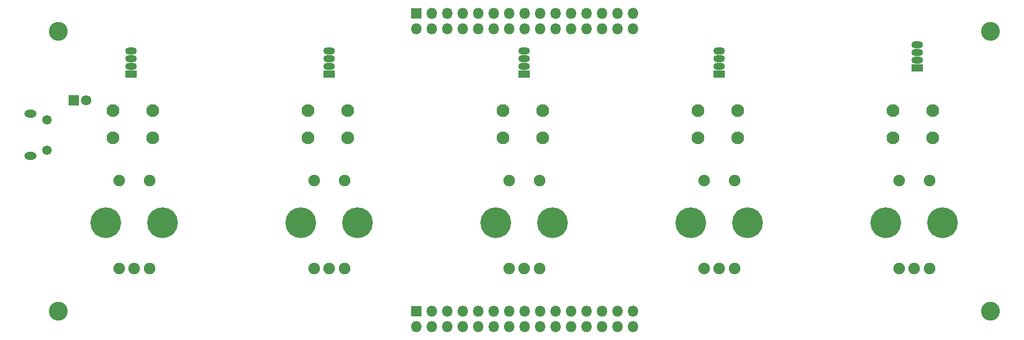
<source format=gbr>
%TF.GenerationSoftware,KiCad,Pcbnew,(5.1.6)-1*%
%TF.CreationDate,2020-10-11T19:25:41-07:00*%
%TF.ProjectId,Autopilot panel,4175746f-7069-46c6-9f74-2070616e656c,rev?*%
%TF.SameCoordinates,Original*%
%TF.FileFunction,Soldermask,Bot*%
%TF.FilePolarity,Negative*%
%FSLAX46Y46*%
G04 Gerber Fmt 4.6, Leading zero omitted, Abs format (unit mm)*
G04 Created by KiCad (PCBNEW (5.1.6)-1) date 2020-10-11 19:25:41*
%MOMM*%
%LPD*%
G01*
G04 APERTURE LIST*
%ADD10C,1.900000*%
%ADD11C,5.050000*%
%ADD12C,3.100000*%
%ADD13C,1.550000*%
%ADD14O,2.000000X1.300000*%
%ADD15C,2.100000*%
%ADD16O,1.800000X1.800000*%
%ADD17R,1.800000X1.800000*%
%ADD18R,1.900000X1.170000*%
%ADD19O,1.900000X1.170000*%
%ADD20R,1.700000X1.700000*%
%ADD21C,1.700000*%
G04 APERTURE END LIST*
D10*
%TO.C,J6*%
X145000000Y-108000000D03*
X150000000Y-108000000D03*
X147500000Y-108000000D03*
X145000000Y-93500000D03*
X150000000Y-93500000D03*
D11*
X142850000Y-100500000D03*
X152150000Y-100500000D03*
%TD*%
D12*
%TO.C,HOLE4*%
X192000000Y-69000000D03*
%TD*%
%TO.C,HOLE3*%
X192000000Y-115000000D03*
%TD*%
%TO.C,HOLE2*%
X39000000Y-115000000D03*
%TD*%
%TO.C,HOLE1*%
X39000000Y-69000000D03*
%TD*%
D13*
%TO.C,J1*%
X37162500Y-83500000D03*
X37162500Y-88500000D03*
D14*
X34462500Y-82500000D03*
X34462500Y-89500000D03*
%TD*%
D10*
%TO.C,J3*%
X49000000Y-108000000D03*
X54000000Y-108000000D03*
X51500000Y-108000000D03*
X49000000Y-93500000D03*
X54000000Y-93500000D03*
D11*
X46850000Y-100500000D03*
X56150000Y-100500000D03*
%TD*%
D10*
%TO.C,J4*%
X81000000Y-108000000D03*
X86000000Y-108000000D03*
X83500000Y-108000000D03*
X81000000Y-93500000D03*
X86000000Y-93500000D03*
D11*
X78850000Y-100500000D03*
X88150000Y-100500000D03*
%TD*%
%TO.C,J5*%
X120150000Y-100500000D03*
X110850000Y-100500000D03*
D10*
X118000000Y-93500000D03*
X113000000Y-93500000D03*
X115500000Y-108000000D03*
X118000000Y-108000000D03*
X113000000Y-108000000D03*
%TD*%
D11*
%TO.C,J7*%
X184150000Y-100500000D03*
X174850000Y-100500000D03*
D10*
X182000000Y-93500000D03*
X177000000Y-93500000D03*
X179500000Y-108000000D03*
X182000000Y-108000000D03*
X177000000Y-108000000D03*
%TD*%
D15*
%TO.C,SW1*%
X48000000Y-86500000D03*
X48000000Y-82000000D03*
X54500000Y-86500000D03*
X54500000Y-82000000D03*
%TD*%
%TO.C,SW2*%
X86500000Y-82000000D03*
X86500000Y-86500000D03*
X80000000Y-82000000D03*
X80000000Y-86500000D03*
%TD*%
%TO.C,SW3*%
X112000000Y-86500000D03*
X112000000Y-82000000D03*
X118500000Y-86500000D03*
X118500000Y-82000000D03*
%TD*%
%TO.C,SW4*%
X150500000Y-82000000D03*
X150500000Y-86500000D03*
X144000000Y-82000000D03*
X144000000Y-86500000D03*
%TD*%
%TO.C,SW5*%
X176000000Y-86500000D03*
X176000000Y-82000000D03*
X182500000Y-86500000D03*
X182500000Y-82000000D03*
%TD*%
D16*
%TO.C,J2*%
X133310000Y-117540000D03*
X133310000Y-115000000D03*
X130770000Y-117540000D03*
X130770000Y-115000000D03*
X128230000Y-117540000D03*
X128230000Y-115000000D03*
X125690000Y-117540000D03*
X125690000Y-115000000D03*
X123150000Y-117540000D03*
X123150000Y-115000000D03*
X120610000Y-117540000D03*
X120610000Y-115000000D03*
X118070000Y-117540000D03*
X118070000Y-115000000D03*
X115530000Y-117540000D03*
X115530000Y-115000000D03*
X112990000Y-117540000D03*
X112990000Y-115000000D03*
X110450000Y-117540000D03*
X110450000Y-115000000D03*
X107910000Y-117540000D03*
X107910000Y-115000000D03*
X105370000Y-117540000D03*
X105370000Y-115000000D03*
X102830000Y-117540000D03*
X102830000Y-115000000D03*
X100290000Y-117540000D03*
X100290000Y-115000000D03*
X97750000Y-117540000D03*
D17*
X97750000Y-115000000D03*
%TD*%
%TO.C,J8*%
X97750000Y-66000000D03*
D16*
X97750000Y-68540000D03*
X100290000Y-66000000D03*
X100290000Y-68540000D03*
X102830000Y-66000000D03*
X102830000Y-68540000D03*
X105370000Y-66000000D03*
X105370000Y-68540000D03*
X107910000Y-66000000D03*
X107910000Y-68540000D03*
X110450000Y-66000000D03*
X110450000Y-68540000D03*
X112990000Y-66000000D03*
X112990000Y-68540000D03*
X115530000Y-66000000D03*
X115530000Y-68540000D03*
X118070000Y-66000000D03*
X118070000Y-68540000D03*
X120610000Y-66000000D03*
X120610000Y-68540000D03*
X123150000Y-66000000D03*
X123150000Y-68540000D03*
X125690000Y-66000000D03*
X125690000Y-68540000D03*
X128230000Y-66000000D03*
X128230000Y-68540000D03*
X130770000Y-66000000D03*
X130770000Y-68540000D03*
X133310000Y-66000000D03*
X133310000Y-68540000D03*
%TD*%
D18*
%TO.C,D1*%
X51000000Y-76000000D03*
D19*
X51000000Y-74730000D03*
X51000000Y-73460000D03*
X51000000Y-72190000D03*
%TD*%
D18*
%TO.C,D2*%
X83500000Y-76000000D03*
D19*
X83500000Y-74730000D03*
X83500000Y-73460000D03*
X83500000Y-72190000D03*
%TD*%
D18*
%TO.C,D3*%
X115500000Y-76000000D03*
D19*
X115500000Y-74730000D03*
X115500000Y-73460000D03*
X115500000Y-72190000D03*
%TD*%
%TO.C,D4*%
X147500000Y-72190000D03*
X147500000Y-73460000D03*
X147500000Y-74730000D03*
D18*
X147500000Y-76000000D03*
%TD*%
%TO.C,D5*%
X180000000Y-75000000D03*
D19*
X180000000Y-73730000D03*
X180000000Y-72460000D03*
X180000000Y-71190000D03*
%TD*%
D20*
%TO.C,C1*%
X41600000Y-80300000D03*
D21*
X43600000Y-80300000D03*
%TD*%
M02*

</source>
